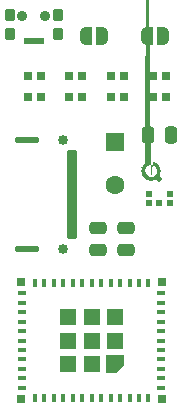
<source format=gbr>
%TF.GenerationSoftware,KiCad,Pcbnew,8.0.4*%
%TF.CreationDate,2024-09-26T12:10:35+10:00*%
%TF.ProjectId,OuchButtonV2,4f756368-4275-4747-946f-6e56322e6b69,rev?*%
%TF.SameCoordinates,Original*%
%TF.FileFunction,Soldermask,Top*%
%TF.FilePolarity,Negative*%
%FSLAX46Y46*%
G04 Gerber Fmt 4.6, Leading zero omitted, Abs format (unit mm)*
G04 Created by KiCad (PCBNEW 8.0.4) date 2024-09-26 12:10:35*
%MOMM*%
%LPD*%
G01*
G04 APERTURE LIST*
G04 Aperture macros list*
%AMRoundRect*
0 Rectangle with rounded corners*
0 $1 Rounding radius*
0 $2 $3 $4 $5 $6 $7 $8 $9 X,Y pos of 4 corners*
0 Add a 4 corners polygon primitive as box body*
4,1,4,$2,$3,$4,$5,$6,$7,$8,$9,$2,$3,0*
0 Add four circle primitives for the rounded corners*
1,1,$1+$1,$2,$3*
1,1,$1+$1,$4,$5*
1,1,$1+$1,$6,$7*
1,1,$1+$1,$8,$9*
0 Add four rect primitives between the rounded corners*
20,1,$1+$1,$2,$3,$4,$5,0*
20,1,$1+$1,$4,$5,$6,$7,0*
20,1,$1+$1,$6,$7,$8,$9,0*
20,1,$1+$1,$8,$9,$2,$3,0*%
%AMFreePoly0*
4,1,6,0.725000,-0.725000,-0.725000,-0.725000,-0.725000,0.125000,-0.125000,0.725000,0.725000,0.725000,0.725000,-0.725000,0.725000,-0.725000,$1*%
%AMFreePoly1*
4,1,19,0.500000,-0.750000,0.000000,-0.750000,0.000000,-0.744911,-0.071157,-0.744911,-0.207708,-0.704816,-0.327430,-0.627875,-0.420627,-0.520320,-0.479746,-0.390866,-0.500000,-0.250000,-0.500000,0.250000,-0.479746,0.390866,-0.420627,0.520320,-0.327430,0.627875,-0.207708,0.704816,-0.071157,0.744911,0.000000,0.744911,0.000000,0.750000,0.500000,0.750000,0.500000,-0.750000,0.500000,-0.750000,
$1*%
%AMFreePoly2*
4,1,19,0.000000,0.744911,0.071157,0.744911,0.207708,0.704816,0.327430,0.627875,0.420627,0.520320,0.479746,0.390866,0.500000,0.250000,0.500000,-0.250000,0.479746,-0.390866,0.420627,-0.520320,0.327430,-0.627875,0.207708,-0.704816,0.071157,-0.744911,0.000000,-0.744911,0.000000,-0.750000,-0.500000,-0.750000,-0.500000,0.750000,0.000000,0.750000,0.000000,0.744911,0.000000,0.744911,
$1*%
%AMFreePoly3*
4,1,53,0.180798,1.454629,0.352531,1.394537,0.506585,1.297738,0.635238,1.169085,0.732037,1.015031,0.792129,0.843298,0.812500,0.662500,0.792129,0.481702,0.732037,0.309969,0.635238,0.155915,0.506585,0.027262,0.352531,-0.069537,0.180798,-0.129629,0.000000,-0.150000,-0.180798,-0.129629,-0.352531,-0.069537,-0.506585,0.027262,-0.635238,0.155915,-0.732037,0.309969,-0.792129,0.481702,
-0.812500,0.662500,-0.517770,0.662500,-0.496797,0.516627,-0.435576,0.382572,-0.339067,0.271196,-0.215089,0.191520,-0.073686,0.150000,0.073686,0.150000,0.215089,0.191520,0.339067,0.271196,0.435576,0.382572,0.496797,0.516627,0.517770,0.662500,0.496797,0.808373,0.435576,0.942428,0.339067,1.053804,0.215089,1.133480,0.073686,1.175000,-0.073686,1.175000,-0.215089,1.133480,
-0.339067,1.053804,-0.435576,0.942428,-0.496797,0.808373,-0.517770,0.662500,-0.812500,0.662500,-0.792129,0.843298,-0.732037,1.015031,-0.635238,1.169085,-0.506585,1.297738,-0.352531,1.394537,-0.180798,1.454629,0.000000,1.475000,0.180798,1.454629,0.180798,1.454629,$1*%
G04 Aperture macros list end*
%ADD10C,0.100000*%
%ADD11R,0.700000X0.700000*%
%ADD12RoundRect,0.250000X0.475000X-0.250000X0.475000X0.250000X-0.475000X0.250000X-0.475000X-0.250000X0*%
%ADD13R,0.800000X0.400000*%
%ADD14R,0.400000X0.800000*%
%ADD15FreePoly0,180.000000*%
%ADD16R,1.450000X1.450000*%
%ADD17FreePoly1,0.000000*%
%ADD18FreePoly2,0.000000*%
%ADD19RoundRect,0.250000X-0.550000X0.550000X-0.550000X-0.550000X0.550000X-0.550000X0.550000X0.550000X0*%
%ADD20C,1.600000*%
%ADD21FreePoly1,180.000000*%
%ADD22FreePoly2,180.000000*%
%ADD23C,0.900000*%
%ADD24RoundRect,0.135000X0.315000X0.365000X-0.315000X0.365000X-0.315000X-0.365000X0.315000X-0.365000X0*%
%ADD25RoundRect,0.082500X0.767500X0.192500X-0.767500X0.192500X-0.767500X-0.192500X0.767500X-0.192500X0*%
%ADD26RoundRect,0.070000X-0.345000X0.070000X-0.345000X-0.070000X0.345000X-0.070000X0.345000X0.070000X0*%
%ADD27RoundRect,0.112500X-0.302500X0.112500X-0.302500X-0.112500X0.302500X-0.112500X0.302500X0.112500X0*%
%ADD28C,0.850000*%
%ADD29O,2.050000X0.550000*%
%ADD30RoundRect,0.250000X-0.250000X-0.475000X0.250000X-0.475000X0.250000X0.475000X-0.250000X0.475000X0*%
%ADD31C,0.500000*%
%ADD32R,0.600000X0.522000*%
%ADD33FreePoly3,270.000000*%
G04 APERTURE END LIST*
D10*
X79085116Y-83597611D02*
X79815011Y-83597611D01*
X79815011Y-90790000D01*
X79085116Y-90790000D01*
X79085116Y-83597611D01*
G36*
X79085116Y-83597611D02*
G01*
X79815011Y-83597611D01*
X79815011Y-90790000D01*
X79085116Y-90790000D01*
X79085116Y-83597611D01*
G37*
D11*
%TO.C,D3*%
X76850000Y-77120000D03*
X75750000Y-77120000D03*
X75750000Y-78950000D03*
X76850000Y-78950000D03*
%TD*%
D12*
%TO.C,R19*%
X84050000Y-91900000D03*
X84050000Y-90000000D03*
%TD*%
%TO.C,R20*%
X81700000Y-91900000D03*
X81700000Y-90000000D03*
%TD*%
D11*
%TO.C,D6*%
X87400000Y-77120000D03*
X86300000Y-77120000D03*
X86300000Y-78950000D03*
X87400000Y-78950000D03*
%TD*%
D13*
%TO.C,U1*%
X87050000Y-103550000D03*
X87050000Y-102750000D03*
X87050000Y-101950000D03*
X87050000Y-101150000D03*
X87050000Y-100350000D03*
X87050000Y-99550000D03*
X87050000Y-98750000D03*
X87050000Y-97950000D03*
X87050000Y-97150000D03*
X87050000Y-96350000D03*
X87050000Y-95550000D03*
D14*
X85950000Y-94650000D03*
X85150000Y-94650000D03*
X84350000Y-94650000D03*
X83550000Y-94650000D03*
X82750000Y-94650000D03*
X81950000Y-94650000D03*
X81150000Y-94650000D03*
X80350000Y-94650000D03*
X79550000Y-94650000D03*
X78750000Y-94650000D03*
X77950000Y-94650000D03*
X77150000Y-94650000D03*
X76350000Y-94650000D03*
D13*
X75250000Y-95550000D03*
X75250000Y-96350000D03*
X75250000Y-97150000D03*
X75250000Y-97950000D03*
X75250000Y-98750000D03*
X75250000Y-99550000D03*
X75250000Y-100350000D03*
X75250000Y-101150000D03*
X75250000Y-101950000D03*
X75250000Y-102750000D03*
X75250000Y-103550000D03*
D14*
X76350000Y-104450000D03*
X77150000Y-104450000D03*
X77950000Y-104450000D03*
X78750000Y-104450000D03*
X79550000Y-104450000D03*
X80350000Y-104450000D03*
X81150000Y-104450000D03*
X81950000Y-104450000D03*
X82750000Y-104450000D03*
X83550000Y-104450000D03*
X84350000Y-104450000D03*
X85150000Y-104450000D03*
X85950000Y-104450000D03*
D15*
X83125000Y-101525000D03*
D16*
X83125000Y-99550000D03*
X83125000Y-97575000D03*
X81150000Y-101525000D03*
X81150000Y-99550000D03*
X81150000Y-97575000D03*
X79175000Y-101525000D03*
X79175000Y-99550000D03*
X79175000Y-97575000D03*
D11*
X75200000Y-104500000D03*
X75200000Y-94600000D03*
X87100000Y-94600000D03*
X87100000Y-104500000D03*
%TD*%
D17*
%TO.C,RST1*%
X85850000Y-73750000D03*
D18*
X87150000Y-73750000D03*
%TD*%
D11*
%TO.C,D5*%
X83883332Y-77120000D03*
X82783332Y-77120000D03*
X82783332Y-78950000D03*
X83883332Y-78950000D03*
%TD*%
D19*
%TO.C,J_BATT1*%
X83150000Y-82775000D03*
D20*
X83150000Y-86375000D03*
%TD*%
D21*
%TO.C,BOOT1*%
X82000000Y-73750000D03*
D22*
X80700000Y-73750000D03*
%TD*%
D23*
%TO.C,S1*%
X77225000Y-72050000D03*
X75275000Y-72050000D03*
D24*
X78300000Y-73600000D03*
X74200000Y-73600000D03*
X78300000Y-72000000D03*
X74200000Y-72000000D03*
D25*
X76250000Y-74225000D03*
%TD*%
D26*
%TO.C,J1*%
X79450000Y-84200000D03*
X79450000Y-85000000D03*
X79450000Y-85800000D03*
X79450000Y-86600000D03*
X79450000Y-87000000D03*
X79450000Y-87400000D03*
X79450000Y-89000000D03*
X79450000Y-89800000D03*
X79450000Y-90200000D03*
X79450000Y-89400000D03*
X79450000Y-88600000D03*
X79450000Y-88200000D03*
X79450000Y-87800000D03*
X79450000Y-86200000D03*
X79450000Y-85400000D03*
X79450000Y-84600000D03*
D27*
X79450000Y-83685000D03*
X79450000Y-90715000D03*
D28*
X78690000Y-82605000D03*
D29*
X75710000Y-82605000D03*
D28*
X78690000Y-91795000D03*
D29*
X75710000Y-91795000D03*
%TD*%
D30*
%TO.C,C16*%
X85950000Y-82150000D03*
X87850000Y-82150000D03*
%TD*%
D31*
%TO.C,MK1*%
X86870000Y-85850000D03*
D32*
X87770000Y-87924000D03*
X87770000Y-87102000D03*
D33*
X86207500Y-85850000D03*
D32*
X85970000Y-87102000D03*
X85970000Y-87924000D03*
X86870000Y-87924000D03*
%TD*%
D11*
%TO.C,D4*%
X80366666Y-77120000D03*
X79266666Y-77120000D03*
X79266666Y-78950000D03*
X80366666Y-78950000D03*
%TD*%
M02*

</source>
